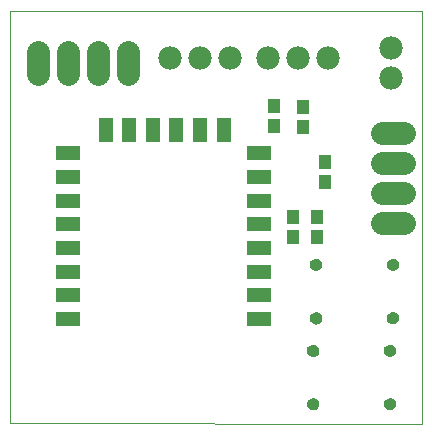
<source format=gts>
G75*
%MOIN*%
%OFA0B0*%
%FSLAX25Y25*%
%IPPOS*%
%LPD*%
%AMOC8*
5,1,8,0,0,1.08239X$1,22.5*
%
%ADD10C,0.00000*%
%ADD11C,0.07800*%
%ADD12R,0.08274X0.05124*%
%ADD13R,0.05124X0.08274*%
%ADD14C,0.07800*%
%ADD15C,0.00500*%
%ADD16R,0.04337X0.04731*%
D10*
X0010658Y0015028D02*
X0010619Y0152587D01*
X0147942Y0152587D01*
X0147942Y0014871D01*
X0010658Y0015028D01*
D11*
X0019871Y0131486D02*
X0019871Y0138886D01*
X0029871Y0138886D02*
X0029871Y0131486D01*
X0039871Y0131486D02*
X0039871Y0138886D01*
X0049871Y0138886D02*
X0049871Y0131486D01*
X0134557Y0111918D02*
X0141957Y0111918D01*
X0141957Y0101918D02*
X0134557Y0101918D01*
X0134557Y0091918D02*
X0141957Y0091918D01*
X0141957Y0081918D02*
X0134557Y0081918D01*
D12*
X0093572Y0081328D03*
X0093572Y0089202D03*
X0093572Y0097076D03*
X0093572Y0104950D03*
X0093572Y0073454D03*
X0093572Y0065580D03*
X0093572Y0057706D03*
X0093572Y0049831D03*
X0029792Y0049831D03*
X0029792Y0057706D03*
X0029792Y0065580D03*
X0029792Y0073454D03*
X0029792Y0081328D03*
X0029792Y0089202D03*
X0029792Y0097076D03*
X0029792Y0104950D03*
D13*
X0042391Y0112824D03*
X0050265Y0112824D03*
X0058139Y0112824D03*
X0066013Y0112824D03*
X0073887Y0112824D03*
X0081761Y0112824D03*
D14*
X0083690Y0136800D03*
X0073690Y0136800D03*
X0063690Y0136800D03*
X0096485Y0136839D03*
X0106485Y0136839D03*
X0116485Y0136839D03*
X0137666Y0140028D03*
X0137666Y0130028D03*
D15*
X0138094Y0069566D02*
X0137717Y0069523D01*
X0137359Y0069396D01*
X0137038Y0069193D01*
X0136770Y0068924D01*
X0136569Y0068602D01*
X0136445Y0068243D01*
X0136404Y0067866D01*
X0136404Y0067826D01*
X0136443Y0067443D01*
X0136566Y0067078D01*
X0136767Y0066750D01*
X0137036Y0066474D01*
X0137360Y0066266D01*
X0137722Y0066134D01*
X0138104Y0066087D01*
X0138224Y0066076D01*
X0138601Y0066132D01*
X0138956Y0066270D01*
X0139271Y0066484D01*
X0139531Y0066763D01*
X0139722Y0067093D01*
X0139835Y0067457D01*
X0139864Y0067837D01*
X0139864Y0067816D01*
X0139823Y0068201D01*
X0139697Y0068568D01*
X0139493Y0068897D01*
X0139220Y0069173D01*
X0138893Y0069381D01*
X0138528Y0069511D01*
X0138144Y0069556D01*
X0138094Y0069566D01*
X0136975Y0069130D02*
X0139263Y0069130D01*
X0139657Y0068631D02*
X0136588Y0068631D01*
X0136433Y0068133D02*
X0139830Y0068133D01*
X0139848Y0067634D02*
X0136423Y0067634D01*
X0136546Y0067136D02*
X0139735Y0067136D01*
X0139413Y0066637D02*
X0136877Y0066637D01*
X0137709Y0066139D02*
X0138618Y0066139D01*
X0138094Y0051756D02*
X0137717Y0051712D01*
X0137359Y0051586D01*
X0137038Y0051383D01*
X0136770Y0051114D01*
X0136569Y0050792D01*
X0136445Y0050433D01*
X0136404Y0050056D01*
X0136404Y0050016D01*
X0136443Y0049633D01*
X0136566Y0049268D01*
X0136767Y0048939D01*
X0137036Y0048664D01*
X0137360Y0048455D01*
X0137722Y0048324D01*
X0138104Y0048276D01*
X0138224Y0048266D01*
X0138601Y0048322D01*
X0138956Y0048460D01*
X0139271Y0048674D01*
X0139531Y0048953D01*
X0139722Y0049283D01*
X0139835Y0049646D01*
X0139864Y0050026D01*
X0139864Y0050006D01*
X0139823Y0050391D01*
X0139697Y0050758D01*
X0139493Y0051087D01*
X0139220Y0051362D01*
X0138893Y0051570D01*
X0138528Y0051700D01*
X0138144Y0051746D01*
X0138094Y0051756D01*
X0137631Y0051682D02*
X0138580Y0051682D01*
X0139397Y0051183D02*
X0136840Y0051183D01*
X0136532Y0050685D02*
X0139722Y0050685D01*
X0139845Y0050186D02*
X0136418Y0050186D01*
X0136437Y0049688D02*
X0139838Y0049688D01*
X0139668Y0049189D02*
X0136614Y0049189D01*
X0137010Y0048691D02*
X0139287Y0048691D01*
X0137584Y0040849D02*
X0137199Y0040895D01*
X0137149Y0040905D01*
X0136772Y0040861D01*
X0136414Y0040735D01*
X0136093Y0040532D01*
X0135826Y0040263D01*
X0135625Y0039941D01*
X0135500Y0039582D01*
X0135459Y0039205D01*
X0135459Y0039165D01*
X0135498Y0038782D01*
X0135621Y0038417D01*
X0135822Y0038088D01*
X0136091Y0037813D01*
X0136415Y0037604D01*
X0136777Y0037473D01*
X0137159Y0037425D01*
X0137279Y0037415D01*
X0137656Y0037470D01*
X0138011Y0037609D01*
X0138326Y0037823D01*
X0138586Y0038102D01*
X0138777Y0038431D01*
X0138890Y0038795D01*
X0138919Y0039175D01*
X0138919Y0039155D01*
X0138878Y0039540D01*
X0138752Y0039906D01*
X0138548Y0040236D01*
X0138275Y0040511D01*
X0137949Y0040719D01*
X0137584Y0040849D01*
X0137956Y0040715D02*
X0136382Y0040715D01*
X0135797Y0040216D02*
X0138560Y0040216D01*
X0138817Y0039718D02*
X0135547Y0039718D01*
X0135461Y0039219D02*
X0138912Y0039219D01*
X0138867Y0038721D02*
X0135518Y0038721D01*
X0135740Y0038222D02*
X0138656Y0038222D01*
X0138180Y0037724D02*
X0136230Y0037724D01*
X0137149Y0023094D02*
X0136772Y0023051D01*
X0136414Y0022925D01*
X0136093Y0022722D01*
X0135826Y0022452D01*
X0135625Y0022130D01*
X0135500Y0021772D01*
X0135459Y0021394D01*
X0135459Y0021355D01*
X0135498Y0020972D01*
X0135621Y0020607D01*
X0135822Y0020278D01*
X0136091Y0020003D01*
X0136415Y0019794D01*
X0136777Y0019663D01*
X0137159Y0019615D01*
X0137279Y0019604D01*
X0137656Y0019660D01*
X0138011Y0019799D01*
X0138326Y0020013D01*
X0138586Y0020291D01*
X0138777Y0020621D01*
X0138890Y0020985D01*
X0138919Y0021365D01*
X0138919Y0021344D01*
X0138878Y0021730D01*
X0138752Y0022096D01*
X0138548Y0022425D01*
X0138275Y0022701D01*
X0137949Y0022909D01*
X0137584Y0023039D01*
X0137199Y0023085D01*
X0137149Y0023094D01*
X0136167Y0022768D02*
X0138170Y0022768D01*
X0138644Y0022270D02*
X0135712Y0022270D01*
X0135500Y0021771D02*
X0138864Y0021771D01*
X0138912Y0021273D02*
X0135467Y0021273D01*
X0135564Y0020774D02*
X0138824Y0020774D01*
X0138571Y0020276D02*
X0135824Y0020276D01*
X0136461Y0019777D02*
X0137956Y0019777D01*
X0113319Y0021335D02*
X0113278Y0021720D01*
X0113152Y0022086D01*
X0112948Y0022416D01*
X0112675Y0022691D01*
X0112349Y0022899D01*
X0111984Y0023029D01*
X0111599Y0023075D01*
X0111549Y0023085D01*
X0111172Y0023041D01*
X0110814Y0022915D01*
X0110493Y0022712D01*
X0110226Y0022443D01*
X0110025Y0022121D01*
X0109900Y0021762D01*
X0109859Y0021385D01*
X0109859Y0021345D01*
X0109898Y0020962D01*
X0110021Y0020597D01*
X0110222Y0020268D01*
X0110491Y0019993D01*
X0110815Y0019784D01*
X0111177Y0019653D01*
X0111559Y0019605D01*
X0111679Y0019594D01*
X0112056Y0019650D01*
X0112411Y0019789D01*
X0112726Y0020003D01*
X0112986Y0020282D01*
X0113177Y0020611D01*
X0113290Y0020975D01*
X0113319Y0021355D01*
X0113319Y0021335D01*
X0113313Y0021273D02*
X0109866Y0021273D01*
X0109904Y0021771D02*
X0113260Y0021771D01*
X0113038Y0022270D02*
X0110118Y0022270D01*
X0110582Y0022768D02*
X0112554Y0022768D01*
X0113227Y0020774D02*
X0109961Y0020774D01*
X0110218Y0020276D02*
X0112980Y0020276D01*
X0112381Y0019777D02*
X0110834Y0019777D01*
X0111659Y0037424D02*
X0112036Y0037480D01*
X0112391Y0037619D01*
X0112706Y0037833D01*
X0112966Y0038112D01*
X0113157Y0038441D01*
X0113270Y0038805D01*
X0113299Y0039185D01*
X0113299Y0039165D01*
X0113258Y0039550D01*
X0113132Y0039916D01*
X0112928Y0040246D01*
X0112655Y0040521D01*
X0112328Y0040729D01*
X0111963Y0040859D01*
X0111579Y0040905D01*
X0111529Y0040915D01*
X0111152Y0040871D01*
X0110794Y0040745D01*
X0110473Y0040542D01*
X0110205Y0040273D01*
X0110004Y0039951D01*
X0109880Y0039592D01*
X0109839Y0039215D01*
X0109839Y0039175D01*
X0109878Y0038792D01*
X0110001Y0038427D01*
X0110202Y0038098D01*
X0110471Y0037823D01*
X0110795Y0037614D01*
X0111157Y0037483D01*
X0111539Y0037435D01*
X0111659Y0037424D01*
X0112545Y0037724D02*
X0110625Y0037724D01*
X0110126Y0038222D02*
X0113030Y0038222D01*
X0113244Y0038721D02*
X0109902Y0038721D01*
X0109839Y0039219D02*
X0113293Y0039219D01*
X0113200Y0039718D02*
X0109924Y0039718D01*
X0110170Y0040216D02*
X0112946Y0040216D01*
X0112351Y0040715D02*
X0110747Y0040715D01*
X0112122Y0048314D02*
X0112504Y0048267D01*
X0112624Y0048256D01*
X0113001Y0048312D01*
X0113356Y0048450D01*
X0113671Y0048664D01*
X0113931Y0048943D01*
X0114122Y0049273D01*
X0114235Y0049637D01*
X0114264Y0050017D01*
X0114264Y0049996D01*
X0114223Y0050381D01*
X0114097Y0050748D01*
X0113893Y0051077D01*
X0113620Y0051353D01*
X0113293Y0051561D01*
X0112928Y0051691D01*
X0112544Y0051736D01*
X0112494Y0051746D01*
X0112117Y0051702D01*
X0111759Y0051576D01*
X0111438Y0051373D01*
X0111170Y0051104D01*
X0110969Y0050782D01*
X0110845Y0050423D01*
X0110804Y0050046D01*
X0110804Y0050006D01*
X0110843Y0049623D01*
X0110966Y0049258D01*
X0111167Y0048930D01*
X0111436Y0048654D01*
X0111760Y0048446D01*
X0112122Y0048314D01*
X0111400Y0048691D02*
X0113696Y0048691D01*
X0114073Y0049189D02*
X0111008Y0049189D01*
X0110836Y0049688D02*
X0114239Y0049688D01*
X0114243Y0050186D02*
X0110819Y0050186D01*
X0110936Y0050685D02*
X0114118Y0050685D01*
X0113787Y0051183D02*
X0111249Y0051183D01*
X0112059Y0051682D02*
X0112953Y0051682D01*
X0112604Y0066086D02*
X0112980Y0066142D01*
X0113335Y0066280D01*
X0113651Y0066494D01*
X0113911Y0066773D01*
X0114102Y0067103D01*
X0114215Y0067467D01*
X0114244Y0067846D01*
X0114244Y0067826D01*
X0114203Y0068211D01*
X0114077Y0068578D01*
X0113873Y0068907D01*
X0113600Y0069182D01*
X0113273Y0069391D01*
X0112908Y0069521D01*
X0112524Y0069566D01*
X0112474Y0069576D01*
X0112097Y0069532D01*
X0111739Y0069406D01*
X0111418Y0069203D01*
X0111150Y0068934D01*
X0110949Y0068612D01*
X0110825Y0068253D01*
X0110784Y0067876D01*
X0110784Y0067836D01*
X0110823Y0067453D01*
X0110946Y0067088D01*
X0111147Y0066760D01*
X0111416Y0066484D01*
X0111740Y0066275D01*
X0112102Y0066144D01*
X0112484Y0066096D01*
X0112604Y0066086D01*
X0112961Y0066139D02*
X0112144Y0066139D01*
X0111266Y0066637D02*
X0113784Y0066637D01*
X0114112Y0067136D02*
X0110930Y0067136D01*
X0110804Y0067634D02*
X0114227Y0067634D01*
X0114211Y0068133D02*
X0110812Y0068133D01*
X0110961Y0068631D02*
X0114043Y0068631D01*
X0113652Y0069130D02*
X0111345Y0069130D01*
D16*
X0112784Y0077194D03*
X0112784Y0083887D03*
X0104910Y0083887D03*
X0104910Y0077194D03*
X0115383Y0095265D03*
X0115383Y0101957D03*
X0108257Y0113729D03*
X0108257Y0120422D03*
X0098375Y0120737D03*
X0098375Y0114044D03*
M02*

</source>
